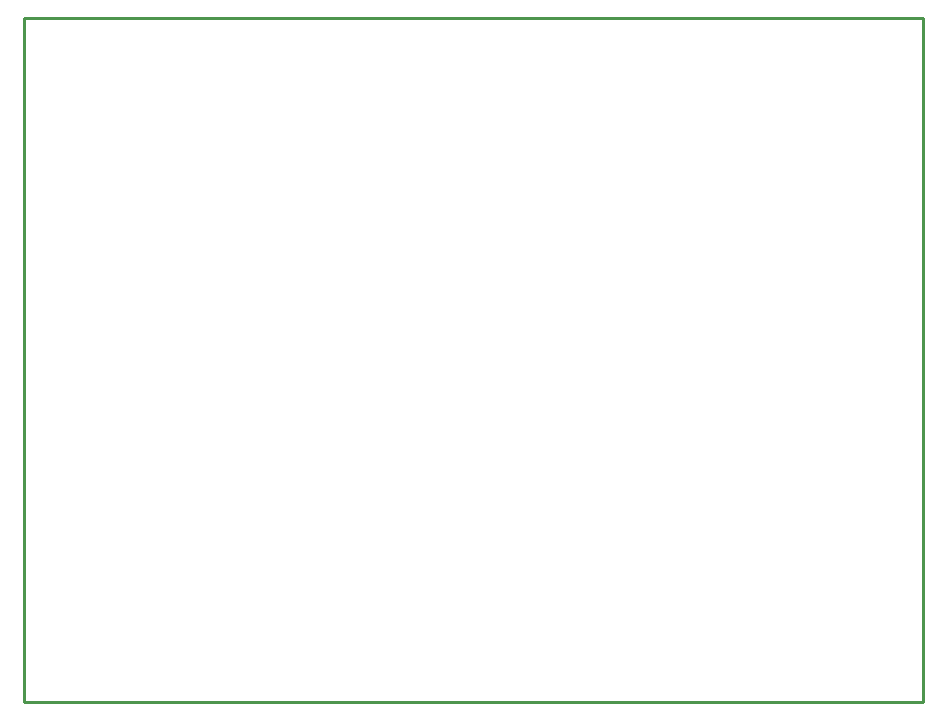
<source format=gbr>
%TF.GenerationSoftware,KiCad,Pcbnew,(5.1.6-0-10_14)*%
%TF.CreationDate,2020-06-20T16:27:27-04:00*%
%TF.ProjectId,PhylumScope_Z,5068796c-756d-4536-936f-70655f5a2e6b,rev?*%
%TF.SameCoordinates,Original*%
%TF.FileFunction,Profile,NP*%
%FSLAX46Y46*%
G04 Gerber Fmt 4.6, Leading zero omitted, Abs format (unit mm)*
G04 Created by KiCad (PCBNEW (5.1.6-0-10_14)) date 2020-06-20 16:27:27*
%MOMM*%
%LPD*%
G01*
G04 APERTURE LIST*
%TA.AperFunction,Profile*%
%ADD10C,0.254000*%
%TD*%
G04 APERTURE END LIST*
D10*
X100425000Y-134125000D02*
X100425000Y-76200000D01*
X176530000Y-134125000D02*
X100425000Y-134125000D01*
X176530000Y-76200000D02*
X176530000Y-134125000D01*
X100425000Y-76200000D02*
X176530000Y-76200000D01*
M02*

</source>
